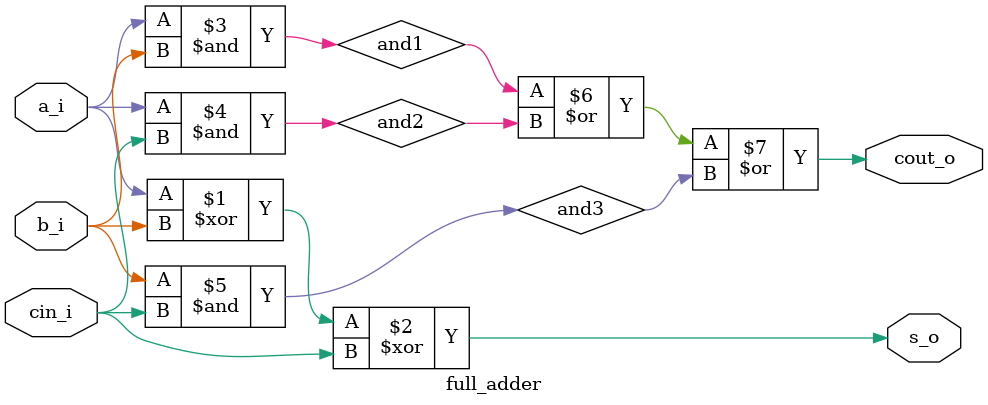
<source format=v>

`timescale 1ns / 1ps


module full_adder
(
input a_i,
input b_i,
input cin_i,
output s_o,
output cout_o
);

wire and1, and2, and3;

xor G1 (s_o,a_i,b_i,cin_i);
and G2 (and1,a_i,b_i);
and G3 (and2,a_i,cin_i);
and G4 (and3,b_i,cin_i);
or G5 (cout_o,and1,and2,and3);

endmodule
</source>
